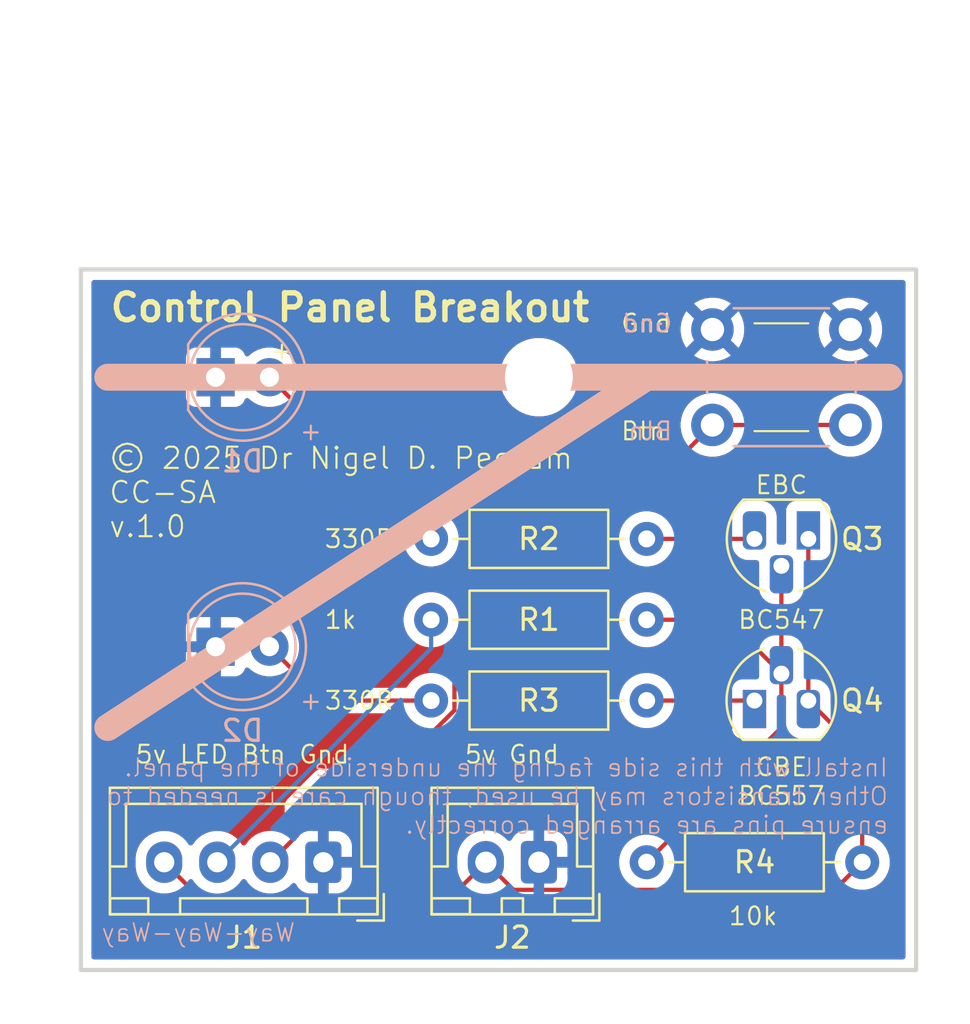
<source format=kicad_pcb>
(kicad_pcb (version 20241229) (generator "pcbnew") (generator_version "9.0")
  (layers (0 "F.Cu" signal) (2 "B.Cu" signal) (13 "F.Paste" user) (15 "B.Paste" user) (5 "F.SilkS" user "F.Silkscreen") (7 "B.SilkS" user "B.Silkscreen") (1 "F.Mask" user) (3 "B.Mask" user) (25 "Edge.Cuts" user))
  (net 0 "")
  (net 1 "/signal")
  (net 2 "/MimicLED")
  (net 3 "/Straight")
  (net 4 "Net-(D1-A)")
  (net 5 "Net-(D2-A)")
  (net 6 "/Diverging")
  (net 7 "+5V")
  (net 8 "GND")
  (net 9 "/MimicButton")
  (footprint "Connector_JST:JST_XH_B4B-XH-A_1x04_P2.50mm_Vertical" (layer "F.Cu") (at 149.86 119.38 180)
    (property "Reference" "J1" (at 3.75 -3.55 0) (layer "F.SilkS"))
    (property "Value" "Conn_01x04_Pin")
    (fp_line (start 10.06 3.51) (end 10.06 -2.46) (stroke (width 0.12)) (layer "F.SilkS"))
    (fp_line (start 10.06 -2.46) (end -2.56 -2.46) (stroke (width 0.12)) (layer "F.SilkS"))
    (fp_line (start 10.05 -0.2) (end 9.3 -0.2) (stroke (width 0.12)) (layer "F.SilkS"))
    (fp_line (start 10.05 -1.7) (end 10.05 -2.45) (stroke (width 0.12)) (layer "F.SilkS"))
    (fp_line (start 10.05 -2.45) (end 8.25 -2.45) (stroke (width 0.12)) (layer "F.SilkS"))
    (fp_line (start 9.3 2.75) (end 3.75 2.75) (stroke (width 0.12)) (layer "F.SilkS"))
    (fp_line (start 9.3 -0.2) (end 9.3 2.75) (stroke (width 0.12)) (layer "F.SilkS"))
    (fp_line (start 8.25 -1.7) (end 10.05 -1.7) (stroke (width 0.12)) (layer "F.SilkS"))
    (fp_line (start 8.25 -2.45) (end 8.25 -1.7) (stroke (width 0.12)) (layer "F.SilkS"))
    (fp_line (start 6.75 -1.7) (end 6.75 -2.45) (stroke (width 0.12)) (layer "F.SilkS"))
    (fp_line (start 6.75 -2.45) (end 0.75 -2.45) (stroke (width 0.12)) (layer "F.SilkS"))
    (fp_line (start 0.75 -1.7) (end 6.75 -1.7) (stroke (width 0.12)) (layer "F.SilkS"))
    (fp_line (start 0.75 -2.45) (end 0.75 -1.7) (stroke (width 0.12)) (layer "F.SilkS"))
    (fp_line (start -0.75 -1.7) (end -0.75 -2.45) (stroke (width 0.12)) (layer "F.SilkS"))
    (fp_line (start -0.75 -2.45) (end -2.55 -2.45) (stroke (width 0.12)) (layer "F.SilkS"))
    (fp_line (start -1.6 -2.75) (end -2.85 -2.75) (stroke (width 0.12)) (layer "F.SilkS"))
    (fp_line (start -1.8 2.75) (end 3.75 2.75) (stroke (width 0.12)) (layer "F.SilkS"))
    (fp_line (start -1.8 -0.2) (end -1.8 2.75) (stroke (width 0.12)) (layer "F.SilkS"))
    (fp_line (start -2.55 -0.2) (end -1.8 -0.2) (stroke (width 0.12)) (layer "F.SilkS"))
    (fp_line (start -2.55 -1.7) (end -0.75 -1.7) (stroke (width 0.12)) (layer "F.SilkS"))
    (fp_line (start -2.55 -2.45) (end -2.55 -1.7) (stroke (width 0.12)) (layer "F.SilkS"))
    (fp_line (start -2.56 3.51) (end 10.06 3.51) (stroke (width 0.12)) (layer "F.SilkS"))
    (fp_line (start -2.56 -2.46) (end -2.56 3.51) (stroke (width 0.12)) (layer "F.SilkS"))
    (fp_line (start -2.85 -2.75) (end -2.85 -1.5) (stroke (width 0.12)) (layer "F.SilkS"))
    (pad "1" thru_hole roundrect (at 0 0 180) (size 1.7 1.95) (drill 0.95) (layers "*.Cu" "*.Mask") (roundrect_rratio 0.147059) (net 8 "GND"))
    (pad "2" thru_hole oval (at 2.5 0 180) (size 1.7 1.95) (drill 0.95) (layers "*.Cu" "*.Mask") (net 9 "/MimicButton"))
    (pad "3" thru_hole oval (at 5 0 180) (size 1.7 1.95) (drill 0.95) (layers "*.Cu" "*.Mask") (net 2 "/MimicLED"))
    (pad "4" thru_hole oval (at 7.5 0 180) (size 1.7 1.95) (drill 0.95) (layers "*.Cu" "*.Mask") (net 7 "+5V"))
  )
  (footprint "Resistor_THT:R_Axial_DIN0207_L6.3mm_D2.5mm_P10.16mm_Horizontal" (layer "F.Cu") (at 165.1 111.76 180)
    (property "Reference" "R3" (at 5.08 0 0) (layer "F.SilkS"))
    (property "Value" "330R")
    (fp_line (start 9.12 0) (end 8.35 0) (stroke (width 0.12)) (layer "F.SilkS"))
    (fp_line (start 1.04 0) (end 1.81 0) (stroke (width 0.12)) (layer "F.SilkS"))
    (fp_rect (start 1.81 -1.37) (end 8.35 1.37) (stroke (width 0.12)) (fill no) (layer "F.SilkS"))
    (pad "1" thru_hole circle (at 0 0 180) (size 1.6 1.6) (drill 0.8) (layers "*.Cu" "*.Mask") (net 6 "/Diverging"))
    (pad "2" thru_hole circle (at 10.16 0 180) (size 1.6 1.6) (drill 0.8) (layers "*.Cu" "*.Mask") (net 5 "Net-(D2-A)"))
  )
  (footprint "Resistor_THT:R_Axial_DIN0207_L6.3mm_D2.5mm_P10.16mm_Horizontal" (layer "F.Cu") (at 165.1 119.38)
    (property "Reference" "R4" (at 5.08 0 0) (layer "F.SilkS"))
    (property "Value" "10k")
    (fp_line (start 1.04 0) (end 1.81 0) (stroke (width 0.12)) (layer "F.SilkS"))
    (fp_line (start 9.12 0) (end 8.35 0) (stroke (width 0.12)) (layer "F.SilkS"))
    (fp_rect (start 1.81 -1.37) (end 8.35 1.37) (stroke (width 0.12)) (fill no) (layer "F.SilkS"))
    (pad "1" thru_hole circle (at 0 0) (size 1.6 1.6) (drill 0.8) (layers "*.Cu" "*.Mask") (net 1 "/signal"))
    (pad "2" thru_hole circle (at 10.16 0) (size 1.6 1.6) (drill 0.8) (layers "*.Cu" "*.Mask") (net 7 "+5V"))
  )
  (footprint "Package_TO_SOT_THT:TO-92_HandSolder" (layer "F.Cu") (at 172.72 104.14 180)
    (property "Reference" "Q3" (at -2.54 0 0) (layer "F.SilkS"))
    (property "Value" "BC547")
    (fp_line (start -0.53 1.85) (end 3.07 1.85) (stroke (width 0.12)) (layer "F.SilkS"))
    (fp_arc (start 2.05 -2.45) (mid 3.769931 -0.601036) (end 3.078445 1.827684) (stroke (width 0.12)) (layer "F.SilkS"))
    (fp_arc (start -0.541875 1.841741) (mid -1.247231 -0.581764) (end 0.45 -2.45) (stroke (width 0.12)) (layer "F.SilkS"))
    (pad "1" thru_hole rect (at 0 0 180) (size 1.1 1.8) (drill 0.75 (offset 0 0.4)) (layers "*.Cu" "*.Mask") (net 7 "+5V"))
    (pad "2" thru_hole roundrect (at 1.27 -1.27 180) (size 1.1 1.8) (drill 0.75 (offset 0 -0.4)) (layers "*.Cu" "*.Mask") (net 1 "/signal"))
    (pad "3" thru_hole roundrect (at 2.54 0 180) (size 1.1 1.8) (drill 0.75 (offset 0 0.4)) (layers "*.Cu" "*.Mask") (net 3 "/Straight"))
  )
  (footprint "Resistor_THT:R_Axial_DIN0207_L6.3mm_D2.5mm_P10.16mm_Horizontal" (layer "F.Cu") (at 165.1 104.14 180)
    (property "Reference" "R2" (at 5.08 0 0) (layer "F.SilkS"))
    (property "Value" "330R")
    (fp_line (start 9.12 0) (end 8.35 0) (stroke (width 0.12)) (layer "F.SilkS"))
    (fp_line (start 1.04 0) (end 1.81 0) (stroke (width 0.12)) (layer "F.SilkS"))
    (fp_rect (start 1.81 -1.37) (end 8.35 1.37) (stroke (width 0.12)) (fill no) (layer "F.SilkS"))
    (pad "1" thru_hole circle (at 0 0 180) (size 1.6 1.6) (drill 0.8) (layers "*.Cu" "*.Mask") (net 3 "/Straight"))
    (pad "2" thru_hole circle (at 10.16 0 180) (size 1.6 1.6) (drill 0.8) (layers "*.Cu" "*.Mask") (net 4 "Net-(D1-A)"))
  )
  (footprint "MountingHole:MountingHole_3.2mm_M3" (layer "F.Cu") (at 160.02 96.52)
    (property "Reference" "H1" (hide yes))
    (property "Value" "MountingHole")
    (pad "" np_thru_hole circle (at 0 0) (size 3.2 3.2) (drill 3.2) (layers "*.Cu" "*.Mask"))
  )
  (footprint "Package_TO_SOT_THT:TO-92_HandSolder" (layer "F.Cu") (at 170.18 111.76)
    (property "Reference" "Q4" (at 5.08 0 0) (layer "F.SilkS"))
    (property "Value" "BC557")
    (fp_line (start -0.53 1.85) (end 3.07 1.85) (stroke (width 0.12)) (layer "F.SilkS"))
    (fp_arc (start -0.541875 1.841741) (mid -1.247231 -0.581764) (end 0.45 -2.45) (stroke (width 0.12)) (layer "F.SilkS"))
    (fp_arc (start 2.05 -2.45) (mid 3.769931 -0.601036) (end 3.078445 1.827684) (stroke (width 0.12)) (layer "F.SilkS"))
    (pad "1" thru_hole rect (at 0 0) (size 1.1 1.8) (drill 0.75 (offset 0 0.4)) (layers "*.Cu" "*.Mask") (net 6 "/Diverging"))
    (pad "2" thru_hole roundrect (at 1.27 -1.27) (size 1.1 1.8) (drill 0.75 (offset 0 -0.4)) (layers "*.Cu" "*.Mask") (net 1 "/signal"))
    (pad "3" thru_hole roundrect (at 2.54 0) (size 1.1 1.8) (drill 0.75 (offset 0 0.4)) (layers "*.Cu" "*.Mask") (net 7 "+5V"))
  )
  (footprint "Resistor_THT:R_Axial_DIN0207_L6.3mm_D2.5mm_P10.16mm_Horizontal" (layer "F.Cu") (at 165.1 107.95 180)
    (property "Reference" "R1" (at 5.08 0 0) (layer "F.SilkS"))
    (property "Value" "1k")
    (fp_line (start 9.12 0) (end 8.35 0) (stroke (width 0.12)) (layer "F.SilkS"))
    (fp_line (start 1.04 0) (end 1.81 0) (stroke (width 0.12)) (layer "F.SilkS"))
    (fp_rect (start 1.81 -1.37) (end 8.35 1.37) (stroke (width 0.12)) (fill no) (layer "F.SilkS"))
    (pad "1" thru_hole circle (at 0 0 180) (size 1.6 1.6) (drill 0.8) (layers "*.Cu" "*.Mask") (net 1 "/signal"))
    (pad "2" thru_hole circle (at 10.16 0 180) (size 1.6 1.6) (drill 0.8) (layers "*.Cu" "*.Mask") (net 2 "/MimicLED"))
  )
  (footprint "Connector_JST:JST_XH_B2B-XH-A_1x02_P2.50mm_Vertical" (layer "F.Cu") (at 160.02 119.38 180)
    (property "Reference" "J2" (at 1.25 -3.55 0) (layer "F.SilkS"))
    (property "Value" "Conn_01x02_Pin")
    (fp_line (start 5.06 3.51) (end 5.06 -2.46) (stroke (width 0.12)) (layer "F.SilkS"))
    (fp_line (start 5.06 -2.46) (end -2.56 -2.46) (stroke (width 0.12)) (layer "F.SilkS"))
    (fp_line (start 5.05 -0.2) (end 4.3 -0.2) (stroke (width 0.12)) (layer "F.SilkS"))
    (fp_line (start 5.05 -1.7) (end 5.05 -2.45) (stroke (width 0.12)) (layer "F.SilkS"))
    (fp_line (start 5.05 -2.45) (end 3.25 -2.45) (stroke (width 0.12)) (layer "F.SilkS"))
    (fp_line (start 4.3 2.75) (end 1.25 2.75) (stroke (width 0.12)) (layer "F.SilkS"))
    (fp_line (start 4.3 -0.2) (end 4.3 2.75) (stroke (width 0.12)) (layer "F.SilkS"))
    (fp_line (start 3.25 -1.7) (end 5.05 -1.7) (stroke (width 0.12)) (layer "F.SilkS"))
    (fp_line (start 3.25 -2.45) (end 3.25 -1.7) (stroke (width 0.12)) (layer "F.SilkS"))
    (fp_line (start 1.75 -1.7) (end 1.75 -2.45) (stroke (width 0.12)) (layer "F.SilkS"))
    (fp_line (start 1.75 -2.45) (end 0.75 -2.45) (stroke (width 0.12)) (layer "F.SilkS"))
    (fp_line (start 0.75 -1.7) (end 1.75 -1.7) (stroke (width 0.12)) (layer "F.SilkS"))
    (fp_line (start 0.75 -2.45) (end 0.75 -1.7) (stroke (width 0.12)) (layer "F.SilkS"))
    (fp_line (start -0.75 -1.7) (end -0.75 -2.45) (stroke (width 0.12)) (layer "F.SilkS"))
    (fp_line (start -0.75 -2.45) (end -2.55 -2.45) (stroke (width 0.12)) (layer "F.SilkS"))
    (fp_line (start -1.6 -2.75) (end -2.85 -2.75) (stroke (width 0.12)) (layer "F.SilkS"))
    (fp_line (start -1.8 2.75) (end 1.25 2.75) (stroke (width 0.12)) (layer "F.SilkS"))
    (fp_line (start -1.8 -0.2) (end -1.8 2.75) (stroke (width 0.12)) (layer "F.SilkS"))
    (fp_line (start -2.55 -0.2) (end -1.8 -0.2) (stroke (width 0.12)) (layer "F.SilkS"))
    (fp_line (start -2.55 -1.7) (end -0.75 -1.7) (stroke (width 0.12)) (layer "F.SilkS"))
    (fp_line (start -2.55 -2.45) (end -2.55 -1.7) (stroke (width 0.12)) (layer "F.SilkS"))
    (fp_line (start -2.56 3.51) (end 5.06 3.51) (stroke (width 0.12)) (layer "F.SilkS"))
    (fp_line (start -2.56 -2.46) (end -2.56 3.51) (stroke (width 0.12)) (layer "F.SilkS"))
    (fp_line (start -2.85 -2.75) (end -2.85 -1.5) (stroke (width 0.12)) (layer "F.SilkS"))
    (pad "1" thru_hole roundrect (at 0 0 180) (size 1.7 2) (drill 1) (layers "*.Cu" "*.Mask") (roundrect_rratio 0.147059) (net 8 "GND"))
    (pad "2" thru_hole oval (at 2.5 0 180) (size 1.7 2) (drill 1) (layers "*.Cu" "*.Mask") (net 7 "+5V"))
  )
  (footprint "LED_THT:LED_D5.0mm" (layer "B.Cu") (at 144.78 109.22)
    (property "Reference" "D2" (at 1.27 3.96 0) (layer "B.SilkS") (effects (justify mirror)))
    (property "Value" "Red")
    (fp_line (start -1.29 1.545) (end -1.29 -1.545) (stroke (width 0.12)) (layer "B.SilkS"))
    (fp_arc (start -1.29 -1.54483) (mid 2.071779 -2.880495) (end 4.26 0) (stroke (width 0.12)) (layer "B.SilkS"))
    (fp_arc (start 4.26 0) (mid 2.071779 2.880495) (end -1.29 1.54483) (stroke (width 0.12)) (layer "B.SilkS"))
    (fp_circle (center 1.27 0) (end 3.77 0) (stroke (width 0.12)) (fill no) (layer "B.SilkS"))
    (pad "1" thru_hole rect (at 0 0) (size 1.8 1.8) (drill 0.9) (layers "*.Cu" "*.Mask") (net 8 "GND"))
    (pad "2" thru_hole circle (at 2.54 0) (size 1.8 1.8) (drill 0.9) (layers "*.Cu" "*.Mask") (net 5 "Net-(D2-A)"))
  )
  (footprint "Button_Switch_THT:SW_PUSH_6mm_H5mm" (layer "B.Cu") (at 174.7 94.27 180)
    (property "Reference" "SW1" (at 3.25 -2.25 0) (layer "B.SilkS") (effects (justify mirror)))
    (property "Value" "SW_Push_Dual")
    (fp_line (start 6.75 -3) (end 6.75 -1.5) (stroke (width 0.12)) (layer "B.SilkS"))
    (fp_line (start 5.5 1) (end 1 1) (stroke (width 0.12)) (layer "B.SilkS"))
    (fp_line (start 1 -5.5) (end 5.5 -5.5) (stroke (width 0.12)) (layer "B.SilkS"))
    (fp_line (start -0.25 -1.5) (end -0.25 -3) (stroke (width 0.12)) (layer "B.SilkS"))
    (pad "1" thru_hole circle (at 0 0 90) (size 2 2) (drill 1.1) (layers "*.Cu" "*.Mask") (net 8 "GND"))
    (pad "1" thru_hole circle (at 6.5 0 90) (size 2 2) (drill 1.1) (layers "*.Cu" "*.Mask") (net 8 "GND"))
    (pad "2" thru_hole circle (at 0 -4.5 90) (size 2 2) (drill 1.1) (layers "*.Cu" "*.Mask") (net 9 "/MimicButton"))
    (pad "2" thru_hole circle (at 6.5 -4.5 90) (size 2 2) (drill 1.1) (layers "*.Cu" "*.Mask") (net 9 "/MimicButton"))
  )
  (footprint "LED_THT:LED_D5.0mm" (layer "B.Cu") (at 144.78 96.52)
    (property "Reference" "D1" (at 1.27 3.96 0) (layer "B.SilkS") (effects (justify mirror)))
    (property "Value" "Red")
    (fp_line (start -1.29 1.545) (end -1.29 -1.545) (stroke (width 0.12)) (layer "B.SilkS"))
    (fp_arc (start -1.29 -1.54483) (mid 2.071779 -2.880495) (end 4.26 0) (stroke (width 0.12)) (layer "B.SilkS"))
    (fp_arc (start 4.26 0) (mid 2.071779 2.880495) (end -1.29 1.54483) (stroke (width 0.12)) (layer "B.SilkS"))
    (fp_circle (center 1.27 0) (end 3.77 0) (stroke (width 0.12)) (fill no) (layer "B.SilkS"))
    (pad "1" thru_hole rect (at 0 0) (size 1.8 1.8) (drill 0.9) (layers "*.Cu" "*.Mask") (net 8 "GND"))
    (pad "2" thru_hole circle (at 2.54 0) (size 1.8 1.8) (drill 0.9) (layers "*.Cu" "*.Mask") (net 4 "Net-(D1-A)"))
  )
  (gr_line (start 170.18 99.06) (end 172.72 99.06) (stroke (width 0.1)) (layer "F.SilkS"))
  (gr_line (start 170.18 93.98) (end 172.72 93.98) (stroke (width 0.1)) (layer "F.SilkS"))
  (gr_line (start 139.7 96.52) (end 176.53 96.52) (stroke (width 1.27)) (layer "B.SilkS"))
  (gr_line (start 165.1 96.52) (end 139.7 113.03) (stroke (width 1.27)) (layer "B.SilkS"))
  (gr_rect (start 138.43 91.44) (end 177.8 124.46) (stroke (width 0.2)) (fill no) (layer "Edge.Cuts"))
  (gr_text "BC547" (at 171.45 107.95 0) (layer "F.SilkS") (effects (font (size 0.8382 0.8382) (thickness 0.104775))))
  (gr_text "330R" (at 149.86 111.76 0) (layer "F.SilkS") (effects (font (size 0.8382 0.8382) (thickness 0.104775)) (justify left)))
  (gr_text "+" (at 147.32 107.95 0) (layer "F.SilkS") (effects (font (size 0.8382 0.8382) (thickness 0.104775)) (justify left)))
  (gr_text "Gnd" (at 163.83 93.98 0) (layer "F.SilkS") (effects (font (size 0.8382 0.8382) (thickness 0.104775)) (justify left)))
  (gr_text "Control Panel Breakout" (at 139.7 93.98 0) (layer "F.SilkS") (effects (font (size 1.27 1.27) (thickness 0.254) (bold yes)) (justify left bottom)))
  (gr_text "5v LED Btn Gnd" (at 146.05 114.3 0) (layer "F.SilkS") (effects (font (size 0.8382 0.8382) (thickness 0.104775))))
  (gr_text "10k" (at 168.91 121.92 0) (layer "F.SilkS") (effects (font (size 0.8382 0.8382) (thickness 0.104775)) (justify left)))
  (gr_text "1k" (at 149.86 107.95 0) (layer "F.SilkS") (effects (font (size 0.8382 0.8382) (thickness 0.104775)) (justify left)))
  (gr_text "© 2025 Dr Nigel D. Pegram\nCC-SA\nv.1.0" (at 139.7 104.14 0) (layer "F.SilkS") (effects (font (size 1 1) (thickness 0.1)) (justify left bottom)))
  (gr_text "Btn" (at 163.83 99.06 0) (layer "F.SilkS") (effects (font (size 0.8382 0.8382) (thickness 0.104775)) (justify left)))
  (gr_text "CBE\nBC557" (at 171.45 115.57 0) (layer "F.SilkS") (effects (font (size 0.8382 0.8382) (thickness 0.104775))))
  (gr_text "330R" (at 149.86 104.14 0) (layer "F.SilkS") (effects (font (size 0.8382 0.8382) (thickness 0.104775)) (justify left)))
  (gr_text "+" (at 147.32 95.25 0) (layer "F.SilkS") (effects (font (size 0.8382 0.8382) (thickness 0.104775)) (justify left)))
  (gr_text "5v Gnd" (at 158.75 114.3 0) (layer "F.SilkS") (effects (font (size 0.8382 0.8382) (thickness 0.104775))))
  (gr_text "EBC" (at 171.45 101.6 0) (layer "F.SilkS") (effects (font (size 0.8382 0.8382) (thickness 0.104775))))
  (gr_text "Gnd" (at 166.37 93.98 0) (layer "B.SilkS") (effects (font (size 0.8382 0.8382) (thickness 0.104775)) (justify left mirror)))
  (gr_text "+" (at 149.86 99.06 0) (layer "B.SilkS") (effects (font (size 0.8382 0.8382) (thickness 0.104775)) (justify left mirror)))
  (gr_text "+" (at 149.86 111.76 0) (layer "B.SilkS") (effects (font (size 0.8382 0.8382) (thickness 0.104775)) (justify left mirror)))
  (gr_text "Btn" (at 166.37 99.06 0) (layer "B.SilkS") (effects (font (size 0.8382 0.8382) (thickness 0.104775)) (justify left mirror)))
  (gr_text "Way-Way-Way" (at 148.59 123.19 0) (layer "B.SilkS") (effects (font (size 0.8382 0.8382) (thickness 0.08001)) (justify left bottom mirror)))
  (gr_text "Install with this side facing the underside of the panel.\nOther transistors may be used, though care is needed to\nensure pins are arranged correctly." (at 176.53 118.11 0) (layer "B.SilkS") (effects (font (size 0.8382 0.8382) (thickness 0.08001)) (justify left bottom mirror)))
  (segment (start 171.45 113.03) (end 171.45 110.49) (width 0.2) (layer "F.Cu") (net 1))
  (segment (start 171.45 105.41) (end 171.45 110.49) (width 0.2) (layer "F.Cu") (net 1))
  (segment (start 165.1 119.38) (end 171.45 113.03) (width 0.2) (layer "F.Cu") (net 1))
  (segment (start 165.1 107.95) (end 168.91 107.95) (width 0.2) (layer "F.Cu") (net 1))
  (segment (start 168.91 107.95) (end 171.45 110.49) (width 0.2) (layer "F.Cu") (net 1))
  (segment (start 154.94 107.95) (end 154.94 109.3) (width 0.2) (layer "B.Cu") (net 2))
  (segment (start 154.94 109.3) (end 144.86 119.38) (width 0.2) (layer "B.Cu") (net 2))
  (segment (start 170.18 104.14) (end 165.1 104.14) (width 0.2) (layer "F.Cu") (net 3))
  (segment (start 154.94 104.14) (end 147.32 96.52) (width 0.2) (layer "F.Cu") (net 4))
  (segment (start 154.94 111.76) (end 149.86 111.76) (width 0.2) (layer "F.Cu") (net 5))
  (segment (start 149.86 111.76) (end 147.32 109.22) (width 0.2) (layer "F.Cu") (net 5))
  (segment (start 170.18 111.76) (end 165.1 111.76) (width 0.2) (layer "F.Cu") (net 6))
  (segment (start 175.26 114.3) (end 172.72 111.76) (width 0.2) (layer "F.Cu") (net 7))
  (segment (start 175.26 119.38) (end 175.26 114.3) (width 0.2) (layer "F.Cu") (net 7))
  (segment (start 173.959 120.681) (end 175.26 119.38) (width 0.2) (layer "F.Cu") (net 7))
  (segment (start 157.52 119.38) (end 158.821 120.681) (width 0.2) (layer "F.Cu") (net 7))
  (segment (start 144.9 121.92) (end 154.98 121.92) (width 0.2) (layer "F.Cu") (net 7))
  (segment (start 158.821 120.681) (end 173.959 120.681) (width 0.2) (layer "F.Cu") (net 7))
  (segment (start 172.72 111.76) (end 172.72 104.14) (width 0.2) (layer "F.Cu") (net 7))
  (segment (start 154.98 121.92) (end 157.52 119.38) (width 0.2) (layer "F.Cu") (net 7))
  (segment (start 142.36 119.38) (end 144.9 121.92) (width 0.2) (layer "F.Cu") (net 7))
  (segment (start 148.636 116.794) (end 148.636 118.104) (width 0.2) (layer "F.Cu") (net 9))
  (segment (start 152.68705 115.57) (end 149.86 115.57) (width 0.2) (layer "F.Cu") (net 9))
  (segment (start 156.041 110.929) (end 156.041 112.21605) (width 0.2) (layer "F.Cu") (net 9))
  (segment (start 174.7 98.77) (end 168.2 98.77) (width 0.2) (layer "F.Cu") (net 9))
  (segment (start 168.2 98.77) (end 156.041 110.929) (width 0.2) (layer "F.Cu") (net 9))
  (segment (start 148.636 118.104) (end 147.36 119.38) (width 0.2) (layer "F.Cu") (net 9))
  (segment (start 149.86 115.57) (end 148.636 116.794) (width 0.2) (layer "F.Cu") (net 9))
  (segment (start 156.041 112.21605) (end 152.68705 115.57) (width 0.2) (layer "F.Cu") (net 9))
  (zone (net 8) (net_name "GND") (layers "F.Cu" "B.Cu") (connect_pads (clearance 0.5)) (min_thickness 0.25) (fill yes (thermal_gap 0.5) (thermal_bridge_width 0.5))
    (polygon (pts (xy 134.62 78.74) (xy 180.34 78.74) (xy 180.34 127) (xy 134.62 127)))
  )
)
</source>
